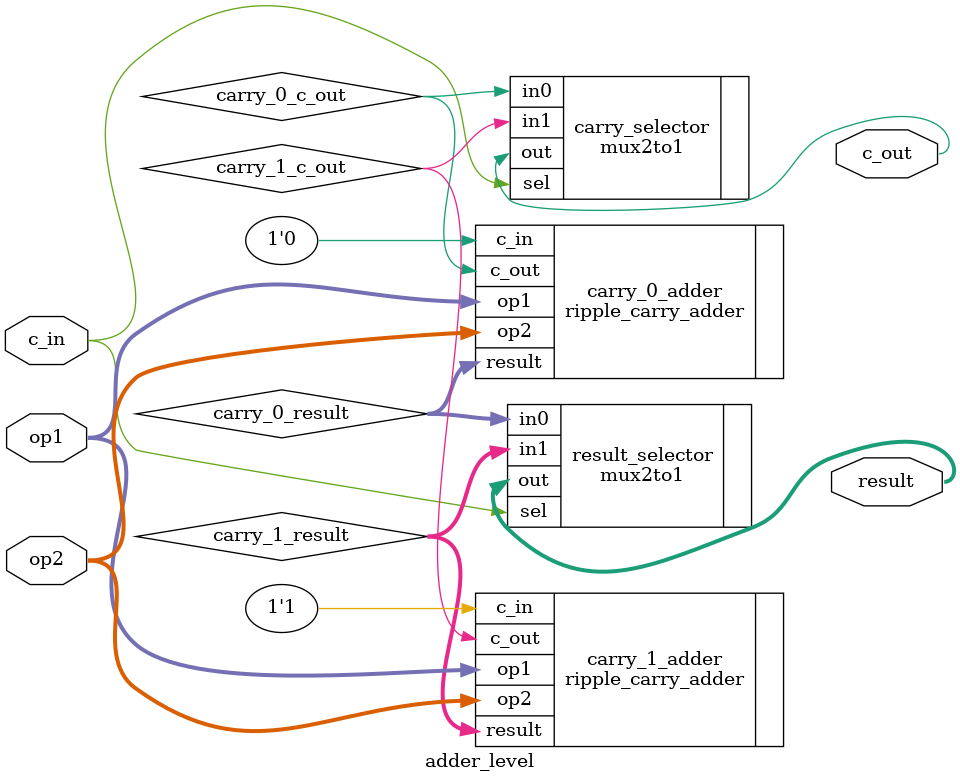
<source format=v>
module adder_level (op1, op2, c_in, result, c_out);
  input [3 : 0] op1;
  wire signed [3 : 0] op1;
  input [3 : 0] op2;
  wire signed [3 : 0] op2;
  input c_in;
  wire c_in;
  output [3 : 0] result;
  wire signed [3 : 0] result;
  output c_out;
  wire c_out;
  
  wire [3 : 0] carry_0_result;
  wire [3 : 0] carry_1_result;
  wire carry_0_c_out;
  wire carry_1_c_out;
  
  ripple_carry_adder carry_0_adder (
    .op1(op1),
    .op2(op2),
    .c_in(1'b0),
    .result(carry_0_result),
    .c_out(carry_0_c_out)
  );
  
  ripple_carry_adder carry_1_adder (
    .op1(op1),
    .op2(op2),
    .c_in(1'b1),
    .result(carry_1_result),
    .c_out(carry_1_c_out)
  );
  
  mux2to1 result_selector (
    .in0(carry_0_result),
    .in1(carry_1_result),
    .sel(c_in),
    .out(result)
  );
  
  mux2to1 #(.w(1)) carry_selector (
    .in0(carry_0_c_out),
    .in1(carry_1_c_out),
    .sel(c_in),
    .out(c_out)
  );
  
endmodule
</source>
